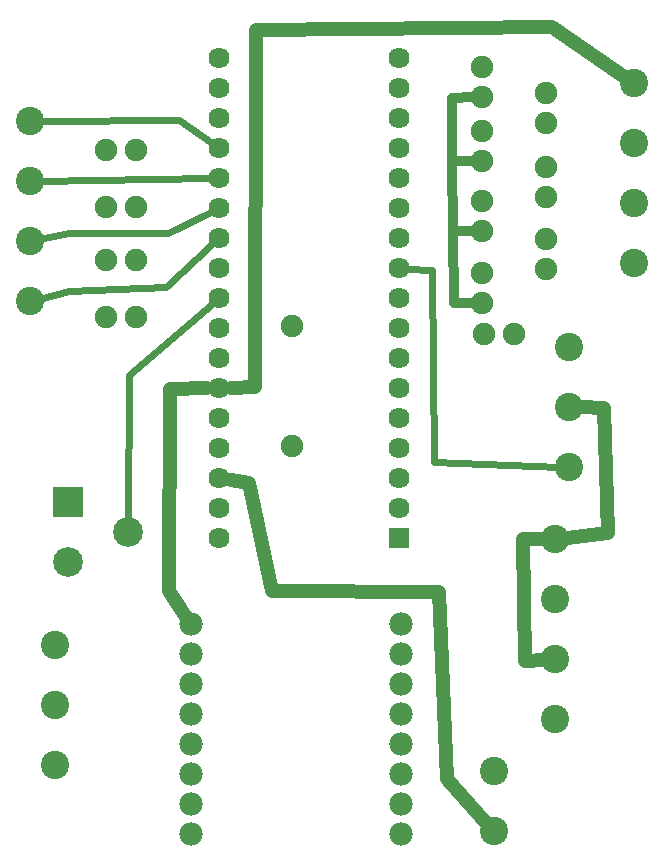
<source format=gbl>
G04 MADE WITH FRITZING*
G04 WWW.FRITZING.ORG*
G04 DOUBLE SIDED*
G04 HOLES PLATED*
G04 CONTOUR ON CENTER OF CONTOUR VECTOR*
%ASAXBY*%
%FSLAX23Y23*%
%MOIN*%
%OFA0B0*%
%SFA1.0B1.0*%
%ADD10C,0.094488*%
%ADD11C,0.075000*%
%ADD12C,0.077701*%
%ADD13C,0.070555*%
%ADD14C,0.070583*%
%ADD15C,0.099000*%
%ADD16R,0.070570X0.070542*%
%ADD17R,0.099000X0.099000*%
%ADD18C,0.048000*%
%ADD19C,0.024000*%
%ADD20C,0.032000*%
%LNCOPPER0*%
G90*
G70*
G54D10*
X239Y714D03*
X239Y514D03*
X239Y314D03*
X1906Y1066D03*
X1906Y866D03*
X1906Y666D03*
X1906Y466D03*
X1703Y294D03*
X1703Y94D03*
X2170Y2586D03*
X2170Y2386D03*
X2170Y2186D03*
X2170Y1986D03*
X157Y1859D03*
X157Y2059D03*
X157Y2259D03*
X157Y2459D03*
G54D11*
X1030Y1776D03*
X1030Y1376D03*
G54D12*
X694Y784D03*
X694Y684D03*
X694Y584D03*
X694Y484D03*
X694Y384D03*
X694Y284D03*
X694Y184D03*
X694Y84D03*
X1393Y784D03*
X1393Y684D03*
X1393Y584D03*
X1393Y484D03*
X1393Y384D03*
X1393Y284D03*
X1393Y184D03*
X1393Y84D03*
G54D13*
X1387Y1070D03*
X1387Y1170D03*
X1387Y1270D03*
X1387Y1370D03*
X1387Y1470D03*
X1387Y1570D03*
X1387Y1670D03*
X1387Y1770D03*
X1387Y1870D03*
G54D14*
X1387Y1970D03*
X1387Y2070D03*
X1387Y2170D03*
G54D13*
X1387Y2270D03*
X1387Y2370D03*
G54D14*
X1387Y2470D03*
X1387Y2570D03*
X1387Y2670D03*
G54D13*
X787Y1070D03*
X787Y1170D03*
X787Y1270D03*
X787Y1370D03*
X787Y1470D03*
X787Y1570D03*
X787Y1870D03*
G54D14*
X787Y1970D03*
G54D13*
X787Y1770D03*
X787Y1670D03*
G54D14*
X787Y2070D03*
X787Y2170D03*
G54D13*
X787Y2270D03*
X787Y2370D03*
G54D14*
X787Y2470D03*
X787Y2570D03*
X787Y2670D03*
G54D15*
X285Y989D03*
X285Y1189D03*
X485Y1089D03*
G54D10*
X1953Y1706D03*
X1953Y1506D03*
X1953Y1306D03*
G54D11*
X409Y1807D03*
X509Y1807D03*
X409Y1997D03*
X509Y1997D03*
X409Y2173D03*
X509Y2173D03*
X409Y2363D03*
X509Y2363D03*
X1670Y1751D03*
X1770Y1751D03*
X1877Y1968D03*
X1877Y2068D03*
X1664Y1854D03*
X1664Y1954D03*
X1877Y2207D03*
X1877Y2307D03*
X1664Y2094D03*
X1664Y2194D03*
X1877Y2452D03*
X1877Y2552D03*
X1664Y2540D03*
X1664Y2640D03*
X1664Y2327D03*
X1664Y2427D03*
G54D16*
X1387Y1070D03*
G54D17*
X285Y1189D03*
G54D18*
X621Y892D02*
X624Y1568D01*
D02*
X624Y1568D02*
X746Y1569D01*
D02*
X678Y808D02*
X621Y892D01*
G54D19*
D02*
X765Y1850D02*
X486Y1612D01*
D02*
X486Y1612D02*
X485Y1120D01*
G54D18*
D02*
X1546Y265D02*
X1519Y890D01*
D02*
X963Y894D02*
X886Y1252D01*
D02*
X1682Y117D02*
X1546Y265D01*
D02*
X886Y1252D02*
X827Y1262D01*
D02*
X1519Y890D02*
X963Y894D01*
D02*
X2070Y1504D02*
X2083Y1087D01*
D02*
X2083Y1087D02*
X1948Y1071D01*
D02*
X1995Y1505D02*
X2070Y1504D01*
D02*
X1802Y1065D02*
X1806Y661D01*
D02*
X1806Y661D02*
X1875Y664D01*
D02*
X1875Y1065D02*
X1802Y1065D01*
D02*
X1898Y2772D02*
X909Y2762D01*
D02*
X909Y2762D02*
X908Y1572D01*
D02*
X2135Y2609D02*
X1898Y2772D01*
D02*
X908Y1572D02*
X828Y1570D01*
G54D19*
D02*
X1504Y1324D02*
X1496Y1963D01*
D02*
X1496Y1963D02*
X1417Y1968D01*
D02*
X1922Y1308D02*
X1504Y1324D01*
D02*
X287Y1894D02*
X609Y1906D01*
D02*
X609Y1906D02*
X765Y2049D01*
D02*
X186Y1867D02*
X287Y1894D01*
D02*
X287Y2086D02*
X616Y2088D01*
D02*
X616Y2088D02*
X760Y2157D01*
D02*
X187Y2065D02*
X287Y2086D01*
D02*
X187Y2259D02*
X757Y2269D01*
D02*
X187Y2459D02*
X654Y2464D01*
D02*
X654Y2464D02*
X763Y2387D01*
G54D20*
D02*
X1564Y2327D02*
X1635Y2327D01*
D02*
X1568Y2093D02*
X1569Y1853D01*
D02*
X1635Y2094D02*
X1568Y2093D01*
D02*
X1564Y2327D02*
X1568Y2093D01*
D02*
X1569Y1853D02*
X1635Y1854D01*
D02*
X1635Y2539D02*
X1564Y2537D01*
D02*
X1564Y2537D02*
X1564Y2327D01*
G04 End of Copper0*
M02*
</source>
